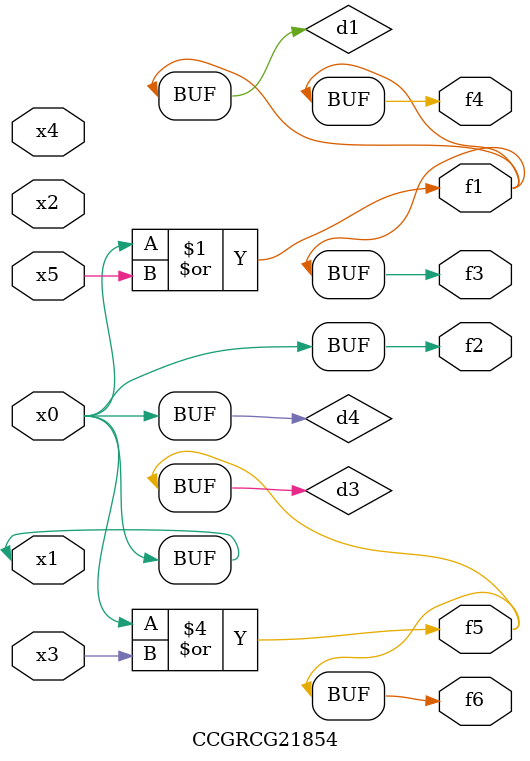
<source format=v>
module CCGRCG21854(
	input x0, x1, x2, x3, x4, x5,
	output f1, f2, f3, f4, f5, f6
);

	wire d1, d2, d3, d4;

	or (d1, x0, x5);
	xnor (d2, x1, x4);
	or (d3, x0, x3);
	buf (d4, x0, x1);
	assign f1 = d1;
	assign f2 = d4;
	assign f3 = d1;
	assign f4 = d1;
	assign f5 = d3;
	assign f6 = d3;
endmodule

</source>
